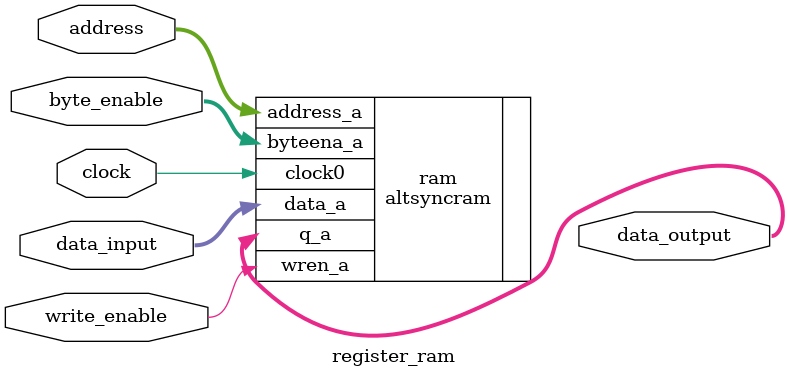
<source format=v>
/* 
 * Copyright 2010, Aleksander Osman, alfik@poczta.fm. All rights reserved.
 *
 * Redistribution and use in source and binary forms, with or without modification, are
 * permitted provided that the following conditions are met:
 *
 *  1. Redistributions of source code must retain the above copyright notice, this list of
 *     conditions and the following disclaimer.
 *
 *  2. Redistributions in binary form must reproduce the above copyright notice, this list
 *     of conditions and the following disclaimer in the documentation and/or other materials
 *     provided with the distribution.
 *
 * THIS SOFTWARE IS PROVIDED BY THE AUTHOR ``AS IS'' AND ANY EXPRESS OR IMPLIED
 * WARRANTIES, INCLUDING, BUT NOT LIMITED TO, THE IMPLIED WARRANTIES OF MERCHANTABILITY AND
 * FITNESS FOR A PARTICULAR PURPOSE ARE DISCLAIMED. IN NO EVENT SHALL THE AUTHOR OR
 * CONTRIBUTORS BE LIABLE FOR ANY DIRECT, INDIRECT, INCIDENTAL, SPECIAL, EXEMPLARY, OR
 * CONSEQUENTIAL DAMAGES (INCLUDING, BUT NOT LIMITED TO, PROCUREMENT OF SUBSTITUTE GOODS OR
 * SERVICES; LOSS OF USE, DATA, OR PROFITS; OR BUSINESS INTERRUPTION) HOWEVER CAUSED AND ON
 * ANY THEORY OF LIABILITY, WHETHER IN CONTRACT, STRICT LIABILITY, OR TORT (INCLUDING
 * NEGLIGENCE OR OTHERWISE) ARISING IN ANY WAY OUT OF THE USE OF THIS SOFTWARE, EVEN IF
 * ADVISED OF THE POSSIBILITY OF SUCH DAMAGE.
 */

/*! \file register_ram.v
 * \brief Altera-specific register set implemented as RAM.
 */

/*! \brief Register set implemented as RAM.
 *
 * Currently this module contains a <em>altsyncram</em> instantiation
 * from Altera Megafunction/LPM library.
 */
module register_ram(
	input clock,
	
	input [2:0] address,
	input [3:0] byte_enable,
	input write_enable,
	input [31:0] data_input,
	output [31:0] data_output
);

altsyncram ram(
	.clock0(clock),

	.address_a(address),	
	.byteena_a(byte_enable),
	.wren_a(write_enable),
	.data_a(data_input),
	.q_a(data_output)
);
defparam ram.operation_mode = "SINGLE_PORT";
defparam ram.width_a = 32;
defparam ram.widthad_a = 3;
defparam ram.outdata_reg_a = "UNREGISTERED";
defparam ram.width_byteena_a = 4;
defparam ram.init_file = "./../altera_specific/empty_ram.mif";

endmodule

</source>
